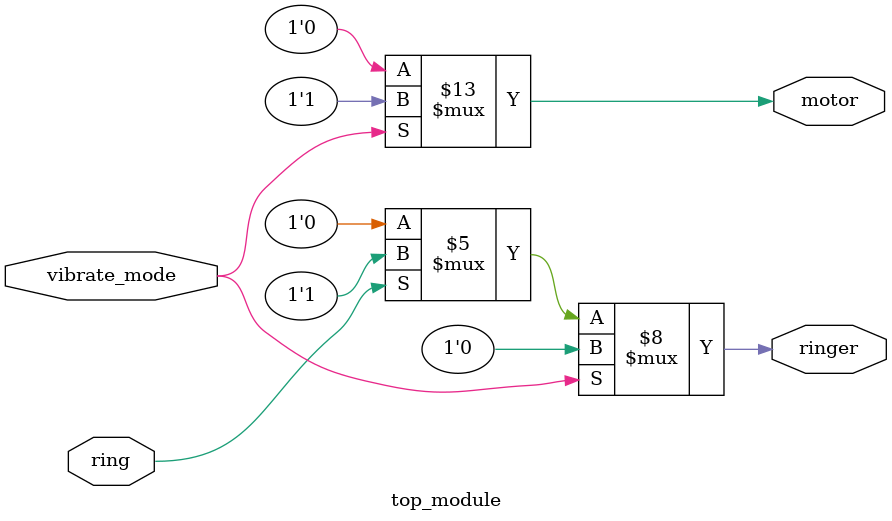
<source format=sv>
module top_module(
    input wire ring, 
    input wire vibrate_mode,
    output reg ringer,
    output reg motor
);

always @(*) begin
    if (vibrate_mode == 1) begin
        motor <= 1;
        ringer <= 0;
    end else if (ring == 1) begin
        motor <= 0;
        ringer <= 1;
    end else begin
        motor <= 0;
        ringer <= 0;
    end
end

endmodule

</source>
